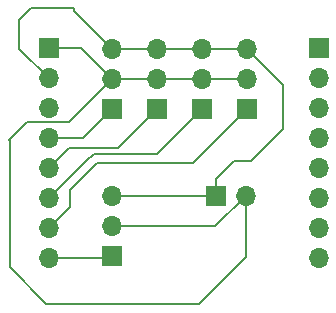
<source format=gbr>
%TF.GenerationSoftware,KiCad,Pcbnew,8.0.7-8.0.7-0~ubuntu24.04.1*%
%TF.CreationDate,2024-12-11T13:59:53+01:00*%
%TF.ProjectId,pcb,7063622e-6b69-4636-9164-5f7063625858,rev?*%
%TF.SameCoordinates,Original*%
%TF.FileFunction,Copper,L2,Bot*%
%TF.FilePolarity,Positive*%
%FSLAX46Y46*%
G04 Gerber Fmt 4.6, Leading zero omitted, Abs format (unit mm)*
G04 Created by KiCad (PCBNEW 8.0.7-8.0.7-0~ubuntu24.04.1) date 2024-12-11 13:59:53*
%MOMM*%
%LPD*%
G01*
G04 APERTURE LIST*
%TA.AperFunction,ComponentPad*%
%ADD10R,1.700000X1.700000*%
%TD*%
%TA.AperFunction,ComponentPad*%
%ADD11O,1.700000X1.700000*%
%TD*%
%TA.AperFunction,Conductor*%
%ADD12C,0.200000*%
%TD*%
G04 APERTURE END LIST*
D10*
%TO.P,J8,1,Pin_1*%
%TO.N,Net-(J1-Pin_8)*%
X135382000Y-117602000D03*
D11*
%TO.P,J8,2,Pin_2*%
%TO.N,Net-(J1-Pin_1)*%
X135382000Y-115062000D03*
%TO.P,J8,3,Pin_3*%
%TO.N,Net-(J1-Pin_2)*%
X135382000Y-112522000D03*
%TD*%
D10*
%TO.P,J7,1,Pin_1*%
%TO.N,Net-(J1-Pin_2)*%
X144140000Y-112471200D03*
D11*
%TO.P,J7,2,Pin_2*%
%TO.N,Net-(J1-Pin_1)*%
X146680000Y-112471200D03*
%TD*%
D10*
%TO.P,J4,1,Pin_1*%
%TO.N,Net-(J1-Pin_5)*%
X139192000Y-105156000D03*
D11*
%TO.P,J4,2,Pin_2*%
%TO.N,Net-(J1-Pin_1)*%
X139192000Y-102616000D03*
%TO.P,J4,3,Pin_3*%
%TO.N,Net-(J1-Pin_2)*%
X139192000Y-100076000D03*
%TD*%
D10*
%TO.P,J5,1,Pin_1*%
%TO.N,Net-(J1-Pin_7)*%
X146812000Y-105156000D03*
D11*
%TO.P,J5,2,Pin_2*%
%TO.N,Net-(J1-Pin_1)*%
X146812000Y-102616000D03*
%TO.P,J5,3,Pin_3*%
%TO.N,Net-(J1-Pin_2)*%
X146812000Y-100076000D03*
%TD*%
D10*
%TO.P,J6,1,Pin_1*%
%TO.N,Net-(J1-Pin_6)*%
X143002000Y-105156000D03*
D11*
%TO.P,J6,2,Pin_2*%
%TO.N,Net-(J1-Pin_1)*%
X143002000Y-102616000D03*
%TO.P,J6,3,Pin_3*%
%TO.N,Net-(J1-Pin_2)*%
X143002000Y-100076000D03*
%TD*%
D10*
%TO.P,J2,1,Pin_1*%
%TO.N,unconnected-(J2-Pin_1-Pad1)*%
X152860000Y-100000000D03*
D11*
%TO.P,J2,2,Pin_2*%
%TO.N,unconnected-(J2-Pin_2-Pad2)*%
X152860000Y-102540000D03*
%TO.P,J2,3,Pin_3*%
%TO.N,unconnected-(J2-Pin_3-Pad3)*%
X152860000Y-105080000D03*
%TO.P,J2,4,Pin_4*%
%TO.N,unconnected-(J2-Pin_4-Pad4)*%
X152860000Y-107620000D03*
%TO.P,J2,5,Pin_5*%
%TO.N,unconnected-(J2-Pin_5-Pad5)*%
X152860000Y-110160000D03*
%TO.P,J2,6,Pin_6*%
%TO.N,unconnected-(J2-Pin_6-Pad6)*%
X152860000Y-112700000D03*
%TO.P,J2,7,Pin_7*%
%TO.N,unconnected-(J2-Pin_7-Pad7)*%
X152860000Y-115240000D03*
%TO.P,J2,8,Pin_8*%
%TO.N,unconnected-(J2-Pin_8-Pad8)*%
X152860000Y-117780000D03*
%TD*%
D10*
%TO.P,J1,1,Pin_1*%
%TO.N,Net-(J1-Pin_1)*%
X130000000Y-100000000D03*
D11*
%TO.P,J1,2,Pin_2*%
%TO.N,Net-(J1-Pin_2)*%
X130000000Y-102540000D03*
%TO.P,J1,3,Pin_3*%
%TO.N,unconnected-(J1-Pin_3-Pad3)*%
X130000000Y-105080000D03*
%TO.P,J1,4,Pin_4*%
%TO.N,Net-(J1-Pin_4)*%
X130000000Y-107620000D03*
%TO.P,J1,5,Pin_5*%
%TO.N,Net-(J1-Pin_5)*%
X130000000Y-110160000D03*
%TO.P,J1,6,Pin_6*%
%TO.N,Net-(J1-Pin_6)*%
X130000000Y-112700000D03*
%TO.P,J1,7,Pin_7*%
%TO.N,Net-(J1-Pin_7)*%
X130000000Y-115240000D03*
%TO.P,J1,8,Pin_8*%
%TO.N,Net-(J1-Pin_8)*%
X130000000Y-117780000D03*
%TD*%
D10*
%TO.P,J3,1,Pin_1*%
%TO.N,Net-(J1-Pin_4)*%
X135382000Y-105156000D03*
D11*
%TO.P,J3,2,Pin_2*%
%TO.N,Net-(J1-Pin_1)*%
X135382000Y-102616000D03*
%TO.P,J3,3,Pin_3*%
%TO.N,Net-(J1-Pin_2)*%
X135382000Y-100076000D03*
%TD*%
D12*
%TO.N,Net-(J1-Pin_5)*%
X135890000Y-108458000D02*
X139192000Y-105156000D01*
X130000000Y-110160000D02*
X131702000Y-108458000D01*
X131702000Y-108458000D02*
X135890000Y-108458000D01*
%TO.N,Net-(J1-Pin_2)*%
X149834600Y-103098600D02*
X146812000Y-100076000D01*
X143002000Y-100076000D02*
X146812000Y-100076000D01*
X130000000Y-102540000D02*
X127533400Y-100073400D01*
X127533400Y-100073400D02*
X127533400Y-97586800D01*
X128524000Y-96596200D02*
X132130800Y-96596200D01*
X135382000Y-112522000D02*
X144089200Y-112522000D01*
X127533400Y-97586800D02*
X128524000Y-96596200D01*
X144140000Y-111053800D02*
X145694400Y-109499400D01*
X144140000Y-112471200D02*
X144140000Y-111053800D01*
X139192000Y-100076000D02*
X143002000Y-100076000D01*
X135382000Y-100076000D02*
X139192000Y-100076000D01*
X132130800Y-96596200D02*
X132130800Y-96824800D01*
X144089200Y-112522000D02*
X144140000Y-112471200D01*
X132130800Y-96824800D02*
X135382000Y-100076000D01*
X145694400Y-109499400D02*
X147142200Y-109499400D01*
X147142200Y-109499400D02*
X149834600Y-106807000D01*
X149834600Y-106807000D02*
X149834600Y-103098600D01*
%TO.N,Net-(J1-Pin_8)*%
X130000000Y-117780000D02*
X135204000Y-117780000D01*
X135204000Y-117780000D02*
X135382000Y-117602000D01*
%TO.N,Net-(J1-Pin_1)*%
X128186600Y-106230000D02*
X131768000Y-106230000D01*
X141986000Y-102616000D02*
X143002000Y-102616000D01*
X141986000Y-102616000D02*
X146812000Y-102616000D01*
X135382000Y-115062000D02*
X144089200Y-115062000D01*
X144089200Y-115062000D02*
X146680000Y-112471200D01*
X142697200Y-121666000D02*
X142519400Y-121666000D01*
X142468600Y-121615200D02*
X129819400Y-121615200D01*
X126746000Y-107823000D02*
X126669800Y-107746800D01*
X126746000Y-118541800D02*
X126746000Y-107823000D01*
X139192000Y-102616000D02*
X141986000Y-102616000D01*
X135382000Y-102616000D02*
X132766000Y-100000000D01*
X131768000Y-106230000D02*
X135382000Y-102616000D01*
X142519400Y-121666000D02*
X142468600Y-121615200D01*
X132766000Y-100000000D02*
X130000000Y-100000000D01*
X146680000Y-117683200D02*
X142697200Y-121666000D01*
X135382000Y-102616000D02*
X139192000Y-102616000D01*
X129819400Y-121615200D02*
X126746000Y-118541800D01*
X126669800Y-107746800D02*
X128186600Y-106230000D01*
X146680000Y-112471200D02*
X146680000Y-117683200D01*
%TO.N,Net-(J1-Pin_6)*%
X133858000Y-108966000D02*
X139192000Y-108966000D01*
X133604000Y-109220000D02*
X133858000Y-108966000D01*
X133480000Y-109220000D02*
X133604000Y-109220000D01*
X139192000Y-108966000D02*
X143002000Y-105156000D01*
X130000000Y-112700000D02*
X133480000Y-109220000D01*
%TO.N,Net-(J1-Pin_4)*%
X130000000Y-107620000D02*
X132918000Y-107620000D01*
X132918000Y-107620000D02*
X135382000Y-105156000D01*
%TO.N,Net-(J1-Pin_7)*%
X131826000Y-112014000D02*
X134112000Y-109728000D01*
X142240000Y-109728000D02*
X146812000Y-105156000D01*
X131826000Y-113414000D02*
X131826000Y-112014000D01*
X134112000Y-109728000D02*
X142240000Y-109728000D01*
X130000000Y-115240000D02*
X131826000Y-113414000D01*
%TD*%
M02*

</source>
